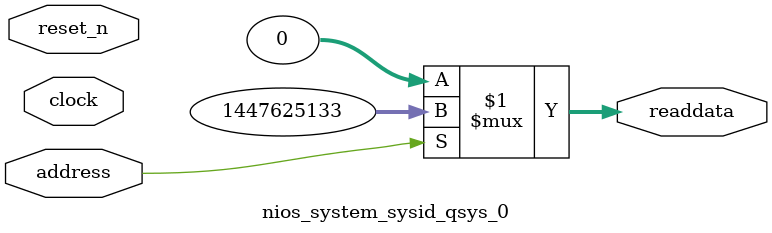
<source format=v>

`timescale 1ns / 1ps
// synthesis translate_on

// turn off superfluous verilog processor warnings 
// altera message_level Level1 
// altera message_off 10034 10035 10036 10037 10230 10240 10030 

module nios_system_sysid_qsys_0 (
               // inputs:
                address,
                clock,
                reset_n,

               // outputs:
                readdata
             )
;

  output  [ 31: 0] readdata;
  input            address;
  input            clock;
  input            reset_n;

  wire    [ 31: 0] readdata;
  //control_slave, which is an e_avalon_slave
  assign readdata = address ? 1447625133 : 0;

endmodule




</source>
